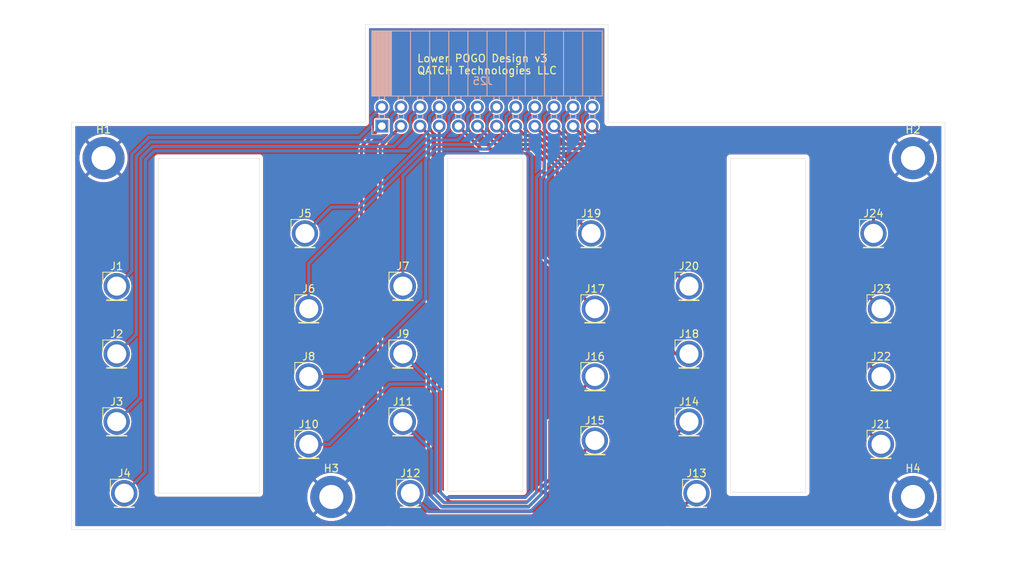
<source format=kicad_pcb>
(kicad_pcb (version 20240108) (generator "pcbnew") (generator_version "8.0")
  (layers (0 "F.Cu" signal) (31 "B.Cu" signal) (34 "B.Paste" user) (35 "F.Paste" user) (36 "B.SilkS" user "B.Silkscreen") (37 "F.SilkS" user "F.Silkscreen") (38 "B.Mask" user) (39 "F.Mask" user) (44 "Edge.Cuts" user))
  (net 0 "")
  (net 1 "Net-(J15-Pin_1)")
  (net 2 "Net-(J25-Pin_9)")
  (net 3 "Net-(J25-Pin_3)")
  (net 4 "Net-(J25-Pin_4)")
  (net 5 "Net-(J1-Pin_1)")
  (net 6 "Net-(J2-Pin_1)")
  (net 7 "Net-(J25-Pin_5)")
  (net 8 "Net-(J25-Pin_6)")
  (net 9 "Net-(J25-Pin_7)")
  (net 10 "Net-(J25-Pin_8)")
  (net 11 "Net-(J10-Pin_1)")
  (net 12 "Net-(J11-Pin_1)")
  (net 13 "Net-(J12-Pin_1)")
  (net 14 "Net-(J13-Pin_1)")
  (net 15 "Net-(J14-Pin_1)")
  (net 16 "Net-(J16-Pin_1)")
  (net 17 "Net-(J17-Pin_1)")
  (net 18 "Net-(J18-Pin_1)")
  (net 19 "Net-(J19-Pin_1)")
  (net 20 "Net-(J20-Pin_1)")
  (net 21 "Net-(J21-Pin_1)")
  (net 22 "Net-(J22-Pin_1)")
  (net 23 "Net-(J23-Pin_1)")
  (net 24 "Net-(J24-Pin_1)")
  (net 25 "Earth")
  (footprint "Connector_PinHeader_2.54mm:PinHeader_1x01_D2.54mm_Vertical" (layer "F.Cu") (at 133 126.5)
    (property "Reference" "J7" (at 0 -2.65 0) (layer "F.SilkS"))
    (property "Value" "Conn_01x01_MountingPin")
    (fp_line (start -1.85 -1.85) (end -0.52 -1.85) (stroke (width 0.12)) (layer "F.SilkS"))
    (fp_line (start -1.85 -0.52) (end -1.85 -1.85) (stroke (width 0.12)) (layer "F.SilkS"))
    (fp_line (start -1.33 1.84) (end -1.33 1.9) (stroke (width 0.12)) (layer "F.SilkS"))
    (fp_line (start -1.33 1.84) (end 1.33 1.84) (stroke (width 0.12)) (layer "F.SilkS"))
    (fp_line (start -1.33 1.9) (end 1.33 1.9) (stroke (width 0.12)) (layer "F.SilkS"))
    (fp_line (start 1.33 1.84) (end 1.33 1.9) (stroke (width 0.12)) (layer "F.SilkS"))
    (pad "1" thru_hole circle (at 0 0) (size 3.5 3.5) (drill 2.53) (layers "*.Cu" "*.Mask") (net 9 "Net-(J25-Pin_7)"))
  )
  (footprint "Connector_PinHeader_2.54mm:PinHeader_1x01_D2.54mm_Vertical" (layer "F.Cu") (at 120.5 138.5)
    (property "Reference" "J8" (at 0 -2.65 0) (layer "F.SilkS"))
    (property "Value" "Conn_01x01_MountingPin")
    (fp_line (start -1.85 -1.85) (end -0.52 -1.85) (stroke (width 0.12)) (layer "F.SilkS"))
    (fp_line (start -1.85 -0.52) (end -1.85 -1.85) (stroke (width 0.12)) (layer "F.SilkS"))
    (fp_line (start -1.33 1.84) (end -1.33 1.9) (stroke (width 0.12)) (layer "F.SilkS"))
    (fp_line (start -1.33 1.84) (end 1.33 1.84) (stroke (width 0.12)) (layer "F.SilkS"))
    (fp_line (start -1.33 1.9) (end 1.33 1.9) (stroke (width 0.12)) (layer "F.SilkS"))
    (fp_line (start 1.33 1.84) (end 1.33 1.9) (stroke (width 0.12)) (layer "F.SilkS"))
    (pad "1" thru_hole circle (at 0 0) (size 3.5 3.5) (drill 2.53) (layers "*.Cu" "*.Mask") (net 10 "Net-(J25-Pin_8)"))
  )
  (footprint "Connector_PinHeader_2.54mm:PinHeader_1x01_D2.54mm_Vertical" (layer "F.Cu") (at 120.5 147.5)
    (property "Reference" "J10" (at 0 -2.65 0) (layer "F.SilkS"))
    (property "Value" "Conn_01x01_MountingPin")
    (fp_line (start -1.85 -1.85) (end -0.52 -1.85) (stroke (width 0.12)) (layer "F.SilkS"))
    (fp_line (start -1.85 -0.52) (end -1.85 -1.85) (stroke (width 0.12)) (layer "F.SilkS"))
    (fp_line (start -1.33 1.84) (end -1.33 1.9) (stroke (width 0.12)) (layer "F.SilkS"))
    (fp_line (start -1.33 1.84) (end 1.33 1.84) (stroke (width 0.12)) (layer "F.SilkS"))
    (fp_line (start -1.33 1.9) (end 1.33 1.9) (stroke (width 0.12)) (layer "F.SilkS"))
    (fp_line (start 1.33 1.84) (end 1.33 1.9) (stroke (width 0.12)) (layer "F.SilkS"))
    (pad "1" thru_hole circle (at 0 0) (size 3.5 3.5) (drill 2.53) (layers "*.Cu" "*.Mask") (net 11 "Net-(J10-Pin_1)"))
  )
  (footprint "Connector_PinHeader_2.54mm:PinHeader_1x01_D2.54mm_Vertical" (layer "F.Cu") (at 172 154)
    (property "Reference" "J13" (at 0 -2.65 0) (layer "F.SilkS"))
    (property "Value" "Conn_01x01_MountingPin")
    (fp_line (start -1.85 -1.85) (end -0.52 -1.85) (stroke (width 0.12)) (layer "F.SilkS"))
    (fp_line (start -1.85 -0.52) (end -1.85 -1.85) (stroke (width 0.12)) (layer "F.SilkS"))
    (fp_line (start -1.33 1.84) (end -1.33 1.9) (stroke (width 0.12)) (layer "F.SilkS"))
    (fp_line (start -1.33 1.84) (end 1.33 1.84) (stroke (width 0.12)) (layer "F.SilkS"))
    (fp_line (start -1.33 1.9) (end 1.33 1.9) (stroke (width 0.12)) (layer "F.SilkS"))
    (fp_line (start 1.33 1.84) (end 1.33 1.9) (stroke (width 0.12)) (layer "F.SilkS"))
    (pad "1" thru_hole circle (at 0 0) (size 3.5 3.5) (drill 2.53) (layers "*.Cu" "*.Mask") (net 14 "Net-(J13-Pin_1)"))
  )
  (footprint "MountingHole:MountingHole_3.2mm_M3_DIN965_Pad_TopBottom" (layer "F.Cu") (at 200.75 154.5)
    (property "Reference" "H4" (at 0 -3.8 0) (layer "F.SilkS"))
    (property "Value" "MountingHole_Pad")
    (pad "1" thru_hole circle (at 0 0) (size 3.6 3.6) (drill 3.2) (layers "*.Cu" "*.Mask") (net 25 "Earth"))
    (pad "1" connect circle (at 0 0) (size 5.6 5.6) (layers "F.Cu" "F.Mask") (net 25 "Earth"))
    (pad "1" connect circle (at 0 0) (size 5.6 5.6) (layers "B.Cu" "B.Mask") (net 25 "Earth"))
  )
  (footprint "Connector_PinHeader_2.54mm:PinHeader_1x01_D2.54mm_Vertical" (layer "F.Cu") (at 196.5 138.5)
    (property "Reference" "J22" (at 0 -2.65 0) (layer "F.SilkS"))
    (property "Value" "Conn_01x01_MountingPin")
    (fp_line (start -1.85 -1.85) (end -0.52 -1.85) (stroke (width 0.12)) (layer "F.SilkS"))
    (fp_line (start -1.85 -0.52) (end -1.85 -1.85) (stroke (width 0.12)) (layer "F.SilkS"))
    (fp_line (start -1.33 1.84) (end -1.33 1.9) (stroke (width 0.12)) (layer "F.SilkS"))
    (fp_line (start -1.33 1.84) (end 1.33 1.84) (stroke (width 0.12)) (layer "F.SilkS"))
    (fp_line (start -1.33 1.9) (end 1.33 1.9) (stroke (width 0.12)) (layer "F.SilkS"))
    (fp_line (start 1.33 1.84) (end 1.33 1.9) (stroke (width 0.12)) (layer "F.SilkS"))
    (pad "1" thru_hole circle (at 0 0) (size 3.5 3.5) (drill 2.53) (layers "*.Cu" "*.Mask") (net 22 "Net-(J22-Pin_1)"))
  )
  (footprint "MountingHole:MountingHole_3.2mm_M3_DIN965_Pad_TopBottom" (layer "F.Cu") (at 93.25 109.5)
    (property "Reference" "H1" (at 0 -3.8 0) (layer "F.SilkS"))
    (property "Value" "MountingHole_Pad")
    (pad "1" thru_hole circle (at 0 0) (size 3.6 3.6) (drill 3.2) (layers "*.Cu" "*.Mask") (net 25 "Earth"))
    (pad "1" connect circle (at 0 0) (size 5.6 5.6) (layers "F.Cu" "F.Mask") (net 25 "Earth"))
    (pad "1" connect circle (at 0 0) (size 5.6 5.6) (layers "B.Cu" "B.Mask") (net 25 "Earth"))
  )
  (footprint "MountingHole:MountingHole_3.2mm_M3_DIN965_Pad_TopBottom" (layer "F.Cu") (at 200.75 109.5)
    (property "Reference" "H2" (at 0 -3.8 0) (layer "F.SilkS"))
    (property "Value" "MountingHole_Pad")
    (pad "1" thru_hole circle (at 0 0) (size 3.6 3.6) (drill 3.2) (layers "*.Cu" "*.Mask") (net 25 "Earth"))
    (pad "1" connect circle (at 0 0) (size 5.6 5.6) (layers "F.Cu" "F.Mask") (net 25 "Earth"))
    (pad "1" connect circle (at 0 0) (size 5.6 5.6) (layers "B.Cu" "B.Mask") (net 25 "Earth"))
  )
  (footprint "MountingHole:MountingHole_3.2mm_M3_DIN965_Pad_TopBottom" (layer "F.Cu") (at 123.5 154.5)
    (property "Reference" "H3" (at 0 -3.8 0) (layer "F.SilkS"))
    (property "Value" "MountingHole_Pad")
    (pad "1" thru_hole circle (at 0 0) (size 3.6 3.6) (drill 3.2) (layers "*.Cu" "*.Mask") (net 25 "Earth"))
    (pad "1" connect circle (at 0 0) (size 5.6 5.6) (layers "F.Cu" "F.Mask") (net 25 "Earth"))
    (pad "1" connect circle (at 0 0) (size 5.6 5.6) (layers "B.Cu" "B.Mask") (net 25 "Earth"))
  )
  (footprint "Connector_PinHeader_2.54mm:PinHeader_1x01_D2.54mm_Vertical" (layer "F.Cu") (at 133 144.5)
    (property "Reference" "J11" (at 0 -2.65 0) (layer "F.SilkS"))
    (property "Value" "Conn_01x01_MountingPin")
    (fp_line (start -1.85 -1.85) (end -0.52 -1.85) (stroke (width 0.12)) (layer "F.SilkS"))
    (fp_line (start -1.85 -0.52) (end -1.85 -1.85) (stroke (width 0.12)) (layer "F.SilkS"))
    (fp_line (start -1.33 1.84) (end -1.33 1.9) (stroke (width 0.12)) (layer "F.SilkS"))
    (fp_line (start -1.33 1.84) (end 1.33 1.84) (stroke (width 0.12)) (layer "F.SilkS"))
    (fp_line (start -1.33 1.9) (end 1.33 1.9) (stroke (width 0.12)) (layer "F.SilkS"))
    (fp_line (start 1.33 1.84) (end 1.33 1.9) (stroke (width 0.12)) (layer "F.SilkS"))
    (pad "1" thru_hole circle (at 0 0) (size 3.5 3.5) (drill 2.53) (layers "*.Cu" "*.Mask") (net 12 "Net-(J11-Pin_1)"))
  )
  (footprint "Connector_PinHeader_2.54mm:PinHeader_1x01_D2.54mm_Vertical" (layer "F.Cu") (at 134 154)
    (property "Reference" "J12" (at 0 -2.65 0) (layer "F.SilkS"))
    (property "Value" "Conn_01x01_MountingPin")
    (fp_line (start -1.85 -1.85) (end -0.52 -1.85) (stroke (width 0.12)) (layer "F.SilkS"))
    (fp_line (start -1.85 -0.52) (end -1.85 -1.85) (stroke (width 0.12)) (layer "F.SilkS"))
    (fp_line (start -1.33 1.84) (end -1.33 1.9) (stroke (width 0.12)) (layer "F.SilkS"))
    (fp_line (start -1.33 1.84) (end 1.33 1.84) (stroke (width 0.12)) (layer "F.SilkS"))
    (fp_line (start -1.33 1.9) (end 1.33 1.9) (stroke (width 0.12)) (layer "F.SilkS"))
    (fp_line (start 1.33 1.84) (end 1.33 1.9) (stroke (width 0.12)) (layer "F.SilkS"))
    (pad "1" thru_hole circle (at 0 0) (size 3.5 3.5) (drill 2.53) (layers "*.Cu" "*.Mask") (net 13 "Net-(J12-Pin_1)"))
  )
  (footprint "Connector_PinHeader_2.54mm:PinHeader_1x01_D2.54mm_Vertical" (layer "F.Cu") (at 95 126.5)
    (property "Reference" "J1" (at 0 -2.65 0) (layer "F.SilkS"))
    (property "Value" "Conn_01x01_MountingPin")
    (fp_line (start -1.85 -1.85) (end -0.52 -1.85) (stroke (width 0.12)) (layer "F.SilkS"))
    (fp_line (start -1.85 -0.52) (end -1.85 -1.85) (stroke (width 0.12)) (layer "F.SilkS"))
    (fp_line (start -1.33 1.84) (end -1.33 1.9) (stroke (width 0.12)) (layer "F.SilkS"))
    (fp_line (start -1.33 1.84) (end 1.33 1.84) (stroke (width 0.12)) (layer "F.SilkS"))
    (fp_line (start -1.33 1.9) (end 1.33 1.9) (stroke (width 0.12)) (layer "F.SilkS"))
    (fp_line (start 1.33 1.84) (end 1.33 1.9) (stroke (width 0.12)) (layer "F.SilkS"))
    (pad "1" thru_hole circle (at 0 0) (size 3.5 3.5) (drill 2.53) (layers "*.Cu" "*.Mask") (net 5 "Net-(J1-Pin_1)"))
  )
  (footprint "Connector_PinHeader_2.54mm:PinHeader_1x01_D2.54mm_Vertical" (layer "F.Cu") (at 196.5 147.5)
    (property "Reference" "J21" (at 0 -2.65 0) (layer "F.SilkS"))
    (property "Value" "Conn_01x01_MountingPin")
    (fp_line (start -1.85 -1.85) (end -0.52 -1.85) (stroke (width 0.12)) (layer "F.SilkS"))
    (fp_line (start -1.85 -0.52) (end -1.85 -1.85) (stroke (width 0.12)) (layer "F.SilkS"))
    (fp_line (start -1.33 1.84) (end -1.33 1.9) (stroke (width 0.12)) (layer "F.SilkS"))
    (fp_line (start -1.33 1.84) (end 1.33 1.84) (stroke (width 0.12)) (layer "F.SilkS"))
    (fp_line (start -1.33 1.9) (end 1.33 1.9) (stroke (width 0.12)) (layer "F.SilkS"))
    (fp_line (start 1.33 1.84) (end 1.33 1.9) (stroke (width 0.12)) (layer "F.SilkS"))
    (pad "1" thru_hole circle (at 0 0) (size 3.5 3.5) (drill 2.53) (layers "*.Cu" "*.Mask") (net 21 "Net-(J21-Pin_1)"))
  )
  (footprint "Connector_PinHeader_2.54mm:PinHeader_1x01_D2.54mm_Vertical" (layer "F.Cu") (at 171 126.5)
    (property "Reference" "J20" (at 0 -2.65 0) (layer "F.SilkS"))
    (property "Value" "Conn_01x01_MountingPin")
    (fp_line (start -1.85 -1.85) (end -0.52 -1.85) (stroke (width 0.12)) (layer "F.SilkS"))
    (fp_line (start -1.85 -0.52) (end -1.85 -1.85) (stroke (width 0.12)) (layer "F.SilkS"))
    (fp_line (start -1.33 1.84) (end -1.33 1.9) (stroke (width 0.12)) (layer "F.SilkS"))
    (fp_line (start -1.33 1.84) (end 1.33 1.84) (stroke (width 0.12)) (layer "F.SilkS"))
    (fp_line (start -1.33 1.9) (end 1.33 1.9) (stroke (width 0.12)) (layer "F.SilkS"))
    (fp_line (start 1.33 1.84) (end 1.33 1.9) (stroke (width 0.12)) (layer "F.SilkS"))
    (pad "1" thru_hole circle (at 0 0) (size 3.5 3.5) (drill 2.53) (layers "*.Cu" "*.Mask") (net 20 "Net-(J20-Pin_1)"))
  )
  (footprint "Connector_PinHeader_2.54mm:PinHeader_1x01_D2.54mm_Vertical" (layer "F.Cu") (at 120 119.5)
    (property "Reference" "J5" (at 0 -2.65 0) (layer "F.SilkS"))
    (property "Value" "Conn_01x01_MountingPin")
    (fp_line (start -1.85 -1.85) (end -0.52 -1.85) (stroke (width 0.12)) (layer "F.SilkS"))
    (fp_line (start -1.85 -0.52) (end -1.85 -1.85) (stroke (width 0.12)) (layer "F.SilkS"))
    (fp_line (start -1.33 1.84) (end -1.33 1.9) (stroke (width 0.12)) (layer "F.SilkS"))
    (fp_line (start -1.33 1.84) (end 1.33 1.84) (stroke (width 0.12)) (layer "F.SilkS"))
    (fp_line (start -1.33 1.9) (end 1.33 1.9) (stroke (width 0.12)) (layer "F.SilkS"))
    (fp_line (start 1.33 1.84) (end 1.33 1.9) (stroke (width 0.12)) (layer "F.SilkS"))
    (pad "1" thru_hole circle (at 0 0) (size 3.5 3.5) (drill 2.53) (layers "*.Cu" "*.Mask") (net 7 "Net-(J25-Pin_5)"))
  )
  (footprint "Connector_PinHeader_2.54mm:PinHeader_1x01_D2.54mm_Vertical" (layer "F.Cu") (at 171 135.5)
    (property "Reference" "J18" (at 0 -2.65 0) (layer "F.SilkS"))
    (property "Value" "Conn_01x01_MountingPin")
    (fp_line (start -1.85 -1.85) (end -0.52 -1.85) (stroke (width 0.12)) (layer "F.SilkS"))
    (fp_line (start -1.85 -0.52) (end -1.85 -1.85) (stroke (width 0.12)) (layer "F.SilkS"))
    (fp_line (start -1.33 1.84) (end -1.33 1.9) (stroke (width 0.12)) (layer "F.SilkS"))
    (fp_line (start -1.33 1.84) (end 1.33 1.84) (stroke (width 0.12)) (layer "F.SilkS"))
    (fp_line (start -1.33 1.9) (end 1.33 1.9) (stroke (width 0.12)) (layer "F.SilkS"))
    (fp_line (start 1.33 1.84) (end 1.33 1.9) (stroke (width 0.12)) (layer "F.SilkS"))
    (pad "1" thru_hole circle (at 0 0) (size 3.5 3.5) (drill 2.53) (layers "*.Cu" "*.Mask") (net 18 "Net-(J18-Pin_1)"))
  )
  (footprint "Connector_PinHeader_2.54mm:PinHeader_1x01_D2.54mm_Vertical" (layer "F.Cu") (at 95 135.5)
    (property "Reference" "J2" (at 0 -2.65 0) (layer "F.SilkS"))
    (property "Value" "Conn_01x01_MountingPin")
    (fp_line (start -1.85 -1.85) (end -0.52 -1.85) (stroke (width 0.12)) (layer "F.SilkS"))
    (fp_line (start -1.85 -0.52) (end -1.85 -1.85) (stroke (width 0.12)) (layer "F.SilkS"))
    (fp_line (start -1.33 1.84) (end -1.33 1.9) (stroke (width 0.12)) (layer "F.SilkS"))
    (fp_line (start -1.33 1.84) (end 1.33 1.84) (stroke (width 0.12)) (layer "F.SilkS"))
    (fp_line (start -1.33 1.9) (end 1.33 1.9) (stroke (width 0.12)) (layer "F.SilkS"))
    (fp_line (start 1.33 1.84) (end 1.33 1.9) (stroke (width 0.12)) (layer "F.SilkS"))
    (pad "1" thru_hole circle (at 0 0) (size 3.5 3.5) (drill 2.53) (layers "*.Cu" "*.Mask") (net 6 "Net-(J2-Pin_1)"))
  )
  (footprint "Connector_PinHeader_2.54mm:PinHeader_1x01_D2.54mm_Vertical" (layer "F.Cu") (at 95 144.5)
    (property "Reference" "J3" (at 0 -2.65 0) (layer "F.SilkS"))
    (property "Value" "Conn_01x01_MountingPin")
    (fp_line (start -1.85 -1.85) (end -0.52 -1.85) (stroke (width 0.12)) (layer "F.SilkS"))
    (fp_line (start -1.85 -0.52) (end -1.85 -1.85) (stroke (width 0.12)) (layer "F.SilkS"))
    (fp_line (start -1.33 1.84) (end -1.33 1.9) (stroke (width 0.12)) (layer "F.SilkS"))
    (fp_line (start -1.33 1.84) (end 1.33 1.84) (stroke (width 0.12)) (layer "F.SilkS"))
    (fp_line (start -1.33 1.9) (end 1.33 1.9) (stroke (width 0.12)) (layer "F.SilkS"))
    (fp_line (start 1.33 1.84) (end 1.33 1.9) (stroke (width 0.12)) (layer "F.SilkS"))
    (pad "1" thru_hole circle (at 0 0) (size 3.5 3.5) (drill 2.53) (layers "*.Cu" "*.Mask") (net 3 "Net-(J25-Pin_3)"))
  )
  (footprint "Connector_PinHeader_2.54mm:PinHeader_1x01_D2.54mm_Vertical" (layer "F.Cu") (at 120.5 129.5)
    (property "Reference" "J6" (at 0 -2.65 0) (layer "F.SilkS"))
    (property "Value" "Conn_01x01_MountingPin")
    (fp_line (start -1.85 -1.85) (end -0.52 -1.85) (stroke (width 0.12)) (layer "F.SilkS"))
    (fp_line (start -1.85 -0.52) (end -1.85 -1.85) (stroke (width 0.12)) (layer "F.SilkS"))
    (fp_line (start -1.33 1.84) (end -1.33 1.9) (stroke (width 0.12)) (layer "F.SilkS"))
    (fp_line (start -1.33 1.84) (end 1.33 1.84) (stroke (width 0.12)) (layer "F.SilkS"))
    (fp_line (start -1.33 1.9) (end 1.33 1.9) (stroke (width 0.12)) (layer "F.SilkS"))
    (fp_line (start 1.33 1.84) (end 1.33 1.9) (stroke (width 0.12)) (layer "F.SilkS"))
    (pad "1" thru_hole circle (at 0 0) (size 3.5 3.5) (drill 2.53) (layers "*.Cu" "*.Mask") (net 8 "Net-(J25-Pin_6)"))
  )
  (footprint "Connector_PinHeader_2.54mm:PinHeader_1x01_D2.54mm_Vertical" (layer "F.Cu") (at 158.5 129.5)
    (property "Reference" "J17" (at 0 -2.65 0) (layer "F.SilkS"))
    (property "Value" "Conn_01x01_MountingPin")
    (fp_line (start -1.85 -1.85) (end -0.52 -1.85) (stroke (width 0.12)) (layer "F.SilkS"))
    (fp_line (start -1.85 -0.52) (end -1.85 -1.85) (stroke (width 0.12)) (layer "F.SilkS"))
    (fp_line (start -1.33 1.84) (end -1.33 1.9) (stroke (width 0.12)) (layer "F.SilkS"))
    (fp_line (start -1.33 1.84) (end 1.33 1.84) (stroke (width 0.12)) (layer "F.SilkS"))
    (fp_line (start -1.33 1.9) (end 1.33 1.9) (stroke (width 0.12)) (layer "F.SilkS"))
    (fp_line (start 1.33 1.84) (end 1.33 1.9) (stroke (width 0.12)) (layer "F.SilkS"))
    (pad "1" thru_hole circle (at 0 0) (size 3.5 3.5) (drill 2.53) (layers "*.Cu" "*.Mask") (net 17 "Net-(J17-Pin_1)"))
  )
  (footprint "Connector_PinHeader_2.54mm:PinHeader_1x01_D2.54mm_Vertical" (layer "F.Cu") (at 96 154)
    (property "Reference" "J4" (at 0 -2.65 0) (layer "F.SilkS"))
    (property "Value" "Conn_01x01_MountingPin")
    (fp_line (start -1.85 -1.85) (end -0.52 -1.85) (stroke (width 0.12)) (layer "F.SilkS"))
    (fp_line (start -1.85 -0.52) (end -1.85 -1.85) (stroke (width 0.12)) (layer "F.SilkS"))
    (fp_line (start -1.33 1.84) (end -1.33 1.9) (stroke (width 0.12)) (layer "F.SilkS"))
    (fp_line (start -1.33 1.84) (end 1.33 1.84) (stroke (width 0.12)) (layer "F.SilkS"))
    (fp_line (start -1.33 1.9) (end 1.33 1.9) (stroke (width 0.12)) (layer "F.SilkS"))
    (fp_line (start 1.33 1.84) (end 1.33 1.9) (stroke (width 0.12)) (layer "F.SilkS"))
    (pad "1" thru_hole circle (at 0 0) (size 3.5 3.5) (drill 2.53) (layers "*.Cu" "*.Mask") (net 4 "Net-(J25-Pin_4)"))
  )
  (footprint "Connector_PinHeader_2.54mm:PinHeader_1x01_D2.54mm_Vertical" (layer "F.Cu") (at 195.5 119.5)
    (property "Reference" "J24" (at 0 -2.65 0) (layer "F.SilkS"))
    (property "Value" "Conn_01x01_MountingPin")
    (fp_line (start -1.85 -1.85) (end -0.52 -1.85) (stroke (width 0.12)) (layer "F.SilkS"))
    (fp_line (start -1.85 -0.52) (end -1.85 -1.85) (stroke (width 0.12)) (layer "F.SilkS"))
    (fp_line (start -1.33 1.84) (end -1.33 1.9) (stroke (width 0.12)) (layer "F.SilkS"))
    (fp_line (start -1.33 1.84) (end 1.33 1.84) (stroke (width 0.12)) (layer "F.SilkS"))
    (fp_line (start -1.33 1.9) (end 1.33 1.9) (stroke (width 0.12)) (layer "F.SilkS"))
    (fp_line (start 1.33 1.84) (end 1.33 1.9) (stroke (width 0.12)) (layer "F.SilkS"))
    (pad "1" thru_hole circle (at 0 0) (size 3.5 3.5) (drill 2.53) (layers "*.Cu" "*.Mask") (net 24 "Net-(J24-Pin_1)"))
  )
  (footprint "Connector_PinHeader_2.54mm:PinHeader_1x01_D2.54mm_Vertical" (layer "F.Cu") (at 196.5 129.5)
    (property "Reference" "J23" (at 0 -2.65 0) (layer "F.SilkS"))
    (property "Value" "Conn_01x01_MountingPin")
    (fp_line (start -1.85 -1.85) (end -0.52 -1.85) (stroke (width 0.12)) (layer "F.SilkS"))
    (fp_line (start -1.85 -0.52) (end -1.85 -1.85) (stroke (width 0.12)) (layer "F.SilkS"))
    (fp_line (start -1.33 1.84) (end -1.33 1.9) (stroke (width 0.12)) (layer "F.SilkS"))
    (fp_line (start -1.33 1.84) (end 1.33 1.84) (stroke (width 0.12)) (layer "F.SilkS"))
    (fp_line (start -1.33 1.9) (end 1.33 1.9) (stroke (width 0.12)) (layer "F.SilkS"))
    (fp_line (start 1.33 1.84) (end 1.33 1.9) (stroke (width 0.12)) (layer "F.SilkS"))
    (pad "1" thru_hole circle (at 0 0) (size 3.5 3.5) (drill 2.53) (layers "*.Cu" "*.Mask") (net 23 "Net-(J23-Pin_1)"))
  )
  (footprint "Connector_PinHeader_2.54mm:PinHeader_1x01_D2.54mm_Vertical" (layer "F.Cu") (at 133 135.5)
    (property "Reference" "J9" (at 0 -2.65 0) (layer "F.SilkS"))
    (property "Value" "Conn_01x01_MountingPin")
    (fp_line (start -1.85 -1.85) (end -0.52 -1.85) (stroke (width 0.12)) (layer "F.SilkS"))
    (fp_line (start -1.85 -0.52) (end -1.85 -1.85) (stroke (width 0.12)) (layer "F.SilkS"))
    (fp_line (start -1.33 1.84) (end -1.33 1.9) (stroke (width 0.12)) (layer "F.SilkS"))
    (fp_line (start -1.33 1.84) (end 1.33 1.84) (stroke (width 0.12)) (layer "F.SilkS"))
    (fp_line (start -1.33 1.9) (end 1.33 1.9) (stroke (width 0.12)) (layer "F.SilkS"))
    (fp_line (start 1.33 1.84) (end 1.33 1.9) (stroke (width 0.12)) (layer "F.SilkS"))
    (pad "1" thru_hole circle (at 0 0) (size 3.5 3.5) (drill 2.53) (layers "*.Cu" "*.Mask") (net 2 "Net-(J25-Pin_9)"))
  )
  (footprint "Connector_PinHeader_2.54mm:PinHeader_1x01_D2.54mm_Vertical" (layer "F.Cu") (at 171 144.5)
    (property "Reference" "J14" (at 0 -2.65 0) (layer "F.SilkS"))
    (property "Value" "Conn_01x01_MountingPin")
    (fp_line (start -1.85 -1.85) (end -0.52 -1.85) (stroke (width 0.12)) (layer "F.SilkS"))
    (fp_line (start -1.85 -0.52) (end -1.85 -1.85) (stroke (width 0.12)) (layer "F.SilkS"))
    (fp_line (start -1.33 1.84) (end -1.33 1.9) (stroke (width 0.12)) (layer "F.SilkS"))
    (fp_line (start -1.33 1.84) (end 1.33 1.84) (stroke (width 0.12)) (layer "F.SilkS"))
    (fp_line (start -1.33 1.9) (end 1.33 1.9) (stroke (width 0.12)) (layer "F.SilkS"))
    (fp_line (start 1.33 1.84) (end 1.33 1.9) (stroke (width 0.12)) (layer "F.SilkS"))
    (pad "1" thru_hole circle (at 0 0) (size 3.5 3.5) (drill 2.53) (layers "*.Cu" "*.Mask") (net 15 "Net-(J14-Pin_1)"))
  )
  (footprint "Connector_PinHeader_2.54mm:PinHeader_1x01_D2.54mm_Vertical" (layer "F.Cu") (at 158 119.5)
    (property "Reference" "J19" (at 0 -2.65 0) (layer "F.SilkS"))
    (property "Value" "Conn_01x01_MountingPin")
    (fp_line (start -1.85 -1.85) (end -0.52 -1.85) (stroke (width 0.12)) (layer "F.SilkS"))
    (fp_line (start -1.85 -0.52) (end -1.85 -1.85) (stroke (width 0.12)) (layer "F.SilkS"))
    (fp_line (start -1.33 1.84) (end -1.33 1.9) (stroke (width 0.12)) (layer "F.SilkS"))
    (fp_line (start -1.33 1.84) (end 1.33 1.84) (stroke (width 0.12)) (layer "F.SilkS"))
    (fp_line (start -1.33 1.9) (end 1.33 1.9) (stroke (width 0.12)) (layer "F.SilkS"))
    (fp_line (start 1.33 1.84) (end 1.33 1.9) (stroke (width 0.12)) (layer "F.SilkS"))
    (pad "1" thru_hole circle (at 0 0) (size 3.5 3.5) (drill 2.53) (layers "*.Cu" "*.Mask") (net 19 "Net-(J19-Pin_1)"))
  )
  (footprint "Connector_PinHeader_2.54mm:PinHeader_1x01_D2.54mm_Vertical" (layer "F.Cu") (at 158.5 147)
    (property "Reference" "J15" (at 0 -2.65 0) (layer "F.SilkS"))
    (property "Value" "Conn_01x01_MountingPin")
    (fp_line (start -1.85 -1.85) (end -0.52 -1.85) (stroke (width 0.12)) (layer "F.SilkS"))
    (fp_line (start -1.85 -0.52) (end -1.85 -1.85) (stroke (width 0.12)) (layer "F.SilkS"))
    (fp_line (start -1.33 1.84) (end -1.33 1.9) (stroke (width 0.12)) (layer "F.SilkS"))
    (fp_line (start -1.33 1.84) (end 1.33 1.84) (stroke (width 0.12)) (layer "F.SilkS"))
    (fp_line (start -1.33 1.9) (end 1.33 1.9) (stroke (width 0.12)) (layer "F.SilkS"))
    (fp_line (start 1.33 1.84) (end 1.33 1.9) (stroke (width 0.12)) (layer "F.SilkS"))
    (pad "1" thru_hole circle (at 0 0) (size 3.5 3.5) (drill 2.53) (layers "*.Cu" "*.Mask") (net 1 "Net-(J15-Pin_1)"))
  )
  (footprint "Connector_PinHeader_2.54mm:PinHeader_1x01_D2.54mm_Vertical" (layer "F.Cu") (at 158.5 138.5)
    (property "Reference" "J16" (at 0 -2.65 0) (layer "F.SilkS"))
    (property "Value" "Conn_01x01_MountingPin")
    (fp_line (start -1.85 -1.85) (end -0.52 -1.85) (stroke (width 0.12)) (layer "F.SilkS"))
    (fp_line (start -1.85 -0.52) (end -1.85 -1.85) (stroke (width 0.12)) (layer "F.SilkS"))
    (fp_line (start -1.33 1.84) (end -1.33 1.9) (stroke (width 0.12)) (layer "F.SilkS"))
    (fp_line (start -1.33 1.84) (end 1.33 1.84) (stroke (width 0.12)) (layer "F.SilkS"))
    (fp_line (start -1.33 1.9) (end 1.33 1.9) (stroke (width 0.12)) (layer "F.SilkS"))
    (fp_line (start 1.33 1.84) (end 1.33 1.9) (stroke (width 0.12)) (layer "F.SilkS"))
    (pad "1" thru_hole circle (at 0 0) (size 3.5 3.5) (drill 2.53) (layers "*.Cu" "*.Mask") (net 16 "Net-(J16-Pin_1)"))
  )
  (footprint "Connector_PinSocket_2.54mm:PinSocket_2x12_P2.54mm_Horizontal" (layer "B.Cu") (at 143.76 91.7 180)
    (property "Reference" "J25" (at 0.16 -7.5625 180) (layer "B.SilkS") (effects (justify mirror)))
    (property "Value" "Conn_01x24_Pin")
    (fp_line (start 14.88 -9.55) (end 14.88 -0.92) (stroke (width 0.12)) (layer "B.SilkS"))
    (fp_line (start 14.88 -14.66) (end 14.88 -13.55) (stroke (width 0.12)) (layer "B.SilkS"))
    (fp_line (start 14.76 -9.55) (end 14.76 -0.92) (stroke (width 0.12)) (layer "B.SilkS"))
    (fp_line (start 14.641905 -9.55) (end 14.641905 -0.92) (stroke (width 0.12)) (layer "B.SilkS"))
    (fp_line (start 14.52381 -9.55) (end 14.52381 -0.92) (stroke (width 0.12)) (layer "B.SilkS"))
    (fp_line (start 14.405715 -9.55) (end 14.405715 -0.92) (stroke (width 0.12)) (layer "B.SilkS"))
    (fp_line (start 14.28762 -9.55) (end 14.28762 -0.92) (stroke (width 0.12)) (layer "B.SilkS"))
    (fp_line (start 14.169525 -9.55) (end 14.169525 -0.92) (stroke (width 0.12)) (layer "B.SilkS"))
    (fp_line (start 14.05143 -9.55) (end 14.05143 -0.92) (stroke (width 0.12)) (layer "B.SilkS"))
    (fp_line (start 13.933335 -9.55) (end 13.933335 -0.92) (stroke (width 0.12)) (layer "B.SilkS"))
    (fp_line (start 13.91 -9.96) (end 13.91 -9.55) (stroke (width 0.12)) (layer "B.SilkS"))
    (fp_line (start 13.91 -12.44) (end 13.91 -12.06) (stroke (width 0.12)) (layer "B.SilkS"))
    (fp_line (start 13.81524 -9.55) (end 13.81524 -0.92) (stroke (width 0.12)) (layer "B.SilkS"))
    (fp_line (start 13.697145 -9.55) (end 13.697145 -0.92) (stroke (width 0.12)) (layer "B.SilkS"))
    (fp_line (start 13.57905 -9.55) (end 13.57905 -0.92) (stroke (width 0.12)) (layer "B.SilkS"))
    (fp_line (start 13.55 -14.66) (end 14.88 -14.66) (stroke (width 0.12)) (layer "B.SilkS"))
    (fp_line (start 13.460955 -9.55) (end 13.460955 -0.92) (stroke (width 0.12)) (layer "B.SilkS"))
    (fp_line (start 13.34286 -9.55) (end 13.34286 -0.92) (stroke (width 0.12)) (layer "B.SilkS"))
    (fp_line (start 13.224765 -9.55) (end 13.224765 -0.92) (stroke (width 0.12)) (layer "B.SilkS"))
    (fp_line (start 13.19 -9.96) (end 13.19 -9.55) (stroke (width 0.12)) (layer "B.SilkS"))
    (fp_line (start 13.19 -12.44) (end 13.19 -12.06) (stroke (width 0.12)) (layer "B.SilkS"))
    (fp_line (start 13.10667 -9.55) (end 13.10667 -0.92) (stroke (width 0.12)) (layer "B.SilkS"))
    (fp_line (start 12.988575 -9.55) (end 12.988575 -0.92) (stroke (width 0.12)) (layer "B.SilkS"))
    (fp_line (start 12.87048 -9.55) (end 12.87048 -0.92) (stroke (width 0.12)) (layer "B.SilkS"))
    (fp_line (start 12.752385 -9.55) (end 12.752385 -0.92) (stroke (width 0.12)) (layer "B.SilkS"))
    (fp_line (start 12.63429 -9.55) (end 12.63429 -0.92) (stroke (width 0.12)) (layer "B.SilkS"))
    (fp_line (start 12.516195 -9.55) (end 12.516195 -0.92) (stroke (width 0.12)) (layer "B.SilkS"))
    (fp_line (start 12.3981 -9.55) (end 12.3981 -0.92) (stroke (width 0.12)) (layer "B.SilkS"))
    (fp_line (start 12.28 -9.55) (end 12.28 -0.92) (stroke (width 0.12)) (layer "B.SilkS"))
    (fp_line (start 11.37 -9.96) (end 11.37 -9.55) (stroke (width 0.12)) (layer "B.SilkS"))
    (fp_line (start 11.37 -12.5) (end 11.37 -12.06) (stroke (width 0.12)) (layer "B.SilkS"))
    (fp_line (start 10.65 -9.96) (end 10.65 -9.55) (stroke (width 0.12)) (layer "B.SilkS"))
    (fp_line (start 10.65 -12.5) (end 10.65 -12.06) (stroke (width 0.12)) (layer "B.SilkS"))
    (fp_line (start 9.74 -9.55) (end 9.74 -0.92) (stroke (width 0.12)) (layer "B.SilkS"))
    (fp_line (start 8.83 -9.96) (end 8.83 -9.55) (stroke (width 0.12)) (layer "B.SilkS"))
    (fp_line (start 8.83 -12.5) (end 8.83 -12.06) (stroke (width 0.12)) (layer "B.SilkS"))
    (fp_line (start 8.11 -9.96) (end 8.11 -9.55) (stroke (width 0.12)) (layer "B.SilkS"))
    (fp_line (start 8.11 -12.5) (end 8.11 -12.06) (stroke (width 0.12)) (layer "B.SilkS"))
    (fp_line (start 7.2 -9.55) (end 7.2 -0.92) (stroke (width 0.12)) (layer "B.SilkS"))
    (fp_line (start 6.29 -9.96) (end 6.29 -9.55) (stroke (width 0.12)) (layer "B.SilkS"))
    (fp_line (start 6.29 -12.5) (end 6.29 -12.06) (stroke (width 0.12)) (layer "B.SilkS"))
    (fp_line (start 5.57 -9.96) (end 5.57 -9.55) (stroke (width 0.12)) (layer "B.SilkS"))
    (fp_line (start 5.57 -12.5) (end 5.57 -12.06) (stroke (width 0.12)) (layer "B.SilkS"))
    (fp_line (start 4.66 -9.55) (end 4.66 -0.92) (stroke (width 0.12)) (layer "B.SilkS"))
    (fp_line (start 3.75 -9.96) (end 3.75 -9.55) (stroke (width 0.12)) (layer "B.SilkS"))
    (fp_line (start 3.75 -12.5) (end 3.75 -12.06) (stroke (width 0.12)) (layer "B.SilkS"))
    (fp_line (start 3.03 -9.96) (end 3.03 -9.55) (stroke (width 0.12)) (layer "B.SilkS"))
    (fp_line (start 3.03 -12.5) (end 3.03 -12.06) (stroke (width 0.12)) (layer "B.SilkS"))
    (fp_line (start 2.12 -9.55) (end 2.12 -0.92) (stroke (width 0.12)) (layer "B.SilkS"))
    (fp_line (start 1.21 -9.96) (end 1.21 -9.55) (stroke (width 0.12)) (layer "B.SilkS"))
    (fp_line (start 1.21 -12.5) (end 1.21 -12.06) (stroke (width 0.12)) (layer "B.SilkS"))
    (fp_line (start 0.49 -9.96) (end 0.49 -9.55) (stroke (width 0.12)) (layer "B.SilkS"))
    (fp_line (start 0.49 -12.5) (end 0.49 -12.06) (stroke (width 0.12)) (layer "B.SilkS"))
    (fp_line (start -0.42 -9.55) (end -0.42 -0.92) (stroke (width 0.12)) (layer "B.SilkS"))
    (fp_line (start -1.33 -9.96) (end -1.33 -9.55) (stroke (width 0.12)) (layer "B.SilkS"))
    (fp_line (start -1.33 -12.5) (end -1.33 -12.06) (stroke (width 0.12)) (layer "B.SilkS"))
    (fp_line (start -2.05 -9.96) (end -2.05 -9.55) (stroke (width 0.12)) (layer "B.SilkS"))
    (fp_line (start -2.05 -12.5) (end -2.05 -12.06) (stroke (width 0.12)) (layer "B.SilkS"))
    (fp_line (start -2.96 -9.55) (end -2.96 -0.92) (stroke (width 0.12)) (layer "B.SilkS"))
    (fp_line (start -3.87 -9.96) (end -3.87 -9.55) (stroke (width 0.12)) (layer "B.SilkS"))
    (fp_line (start -3.87 -12.5) (end -3.87 -12.06) (stroke (width 0.12)) (layer "B.SilkS"))
    (fp_line (start -4.59 -9.96) (end -4.59 -9.55) (stroke (width 0.12)) (layer "B.SilkS"))
    (fp_line (start -4.59 -12.5) (end -4.59 -12.06) (stroke (width 0.12)) (layer "B.SilkS"))
    (fp_line (start -5.5 -9.55) (end -5.5 -0.92) (stroke (width 0.12)) (layer "B.SilkS"))
    (fp_line (start -6.41 -9.96) (end -6.41 -9.55) (stroke (width 0.12)) (layer "B.SilkS"))
    (fp_line (start -6.41 -12.5) (end -6.41 -12.06) (stroke (width 0.12)) (layer "B.SilkS"))
    (fp_line (start -7.13 -9.96) (end -7.13 -9.55) (stroke (width 0.12)) (layer "B.SilkS"))
    (fp_line (start -7.13 -12.5) (end -7.13 -12.06) (stroke (width 0.12)) (layer "B.SilkS"))
    (fp_line (start -8.04 -9.55) (end -8.04 -0.92) (stroke (width 0.12)) (layer "B.SilkS"))
    (fp_line (start -8.95 -9.96) (end -8.95 -9.55) (stroke (width 0.12)) (layer "B.SilkS"))
    (fp_line (start -8.95 -12.5) (end -8.95 -12.06) (stroke (width 0.12)) (layer "B.SilkS"))
    (fp_line (start -9.67 -9.96) (end -9.67 -9.55) (stroke (width 0.12)) (layer "B.SilkS"))
    (fp_line (start -9.67 -12.5) (end -9.67 -12.06) (stroke (width 0.12)) (layer "B.SilkS"))
    (fp_line (start -10.58 -9.55) (end -10.58 -0.92) (stroke (width 0.12)) (layer "B.SilkS"))
    (fp_line (start -11.49 -9.96) (end -11.49 -9.55) (stroke (width 0.12)) (layer "B.SilkS"))
    (fp_line (start -11.49 -12.5) (end -11.49 -12.06) (stroke (width 0.12)) (layer "B.SilkS"))
    (fp_line (start -12.21 -9.96) (end -12.21 -9.55) (stroke (width 0.12)) (layer "B.SilkS"))
    (fp_line (start -12.21 -12.5) (end -12.21 -12.06) (stroke (width 0.12)) (layer "B.SilkS"))
    (fp_line (start -13.12 -9.55) (end -13.12 -0.92) (stroke (width 0.12)) (layer "B.SilkS"))
    (fp_line (start -14.03 -9.96) (end -14.03 -9.55) (stroke (width 0.12)) (layer "B.SilkS"))
    (fp_line (start -14.03 -12.5) (end -14.03 -12.06) (stroke (width 0.12)) (layer "B.SilkS"))
    (fp_line (start -14.75 -9.96) (end -14.75 -9.55) (stroke (width 0.12)) (layer "B.SilkS"))
    (fp_line (start -14.75 -12.5) (end -14.75 -12.06) (stroke (width 0.12)) (layer "B.SilkS"))
    (fp_line (start -15.72 -0.92) (end 14.88 -0.92) (stroke (width 0.12)) (layer "B.SilkS"))
    (fp_line (start -15.72 -9.55) (end 14.88 -9.55) (stroke (width 0.12)) (layer "B.SilkS"))
    (fp_line (start -15.72 -9.55) (end -15.72 -0.92) (stroke (width 0.12)) (layer "B.SilkS"))
    (pad "1" thru_hole oval (at 13.55 -11.01 270) (size 1.7 1.7) (drill 1) (layers "*.Cu" "*.Mask") (net 5 "Net-(J1-Pin_1)"))
    (pad "2" thru_hole oval (at 11.01 -11.01 270) (size 1.7 1.7) (drill 1) (layers "*.Cu" "*.Mask") (net 6 "Net-(J2-Pin_1)"))
    (pad "3" thru_hole oval (at 8.47 -11.01 270) (size 1.7 1.7) (drill 1) (layers "*.Cu" "*.Mask") (net 3 "Net-(J25-Pin_3)"))
    (pad "4" thru_hole oval (at 5.93 -11.01 270) (size 1.7 1.7) (drill 1) (layers "*.Cu" "*.Mask") (net 4 "Net-(J25-Pin_4)"))
    (pad "5" thru_hole oval (at 3.39 -11.01 270) (size 1.7 1.7) (drill 1) (layers "*.Cu" "*.Mask") (net 7 "Net-(J25-Pin_5)"))
    (pad "6" thru_hole oval (at 0.85 -11.01 270) (size 1.7 1.7) (drill 1) (layers "*.Cu" "*.Mask") (net 8 "Net-(J25-Pin_6)"))
    (pad "7" thru_hole oval (at -1.69 -11.01 270) (size 1.7 1.7) (drill 1) (layers "*.Cu" "*.Mask") (net 9 "Net-(J25-Pin_7)"))
    (pad "8" thru_hole oval (at -4.23 -11.01 270) (size 1.7 1.7) (drill 1) (layers "*.Cu" "*.Mask") (net 10 "Net-(J25-Pin_8)"))
    (pad "9" thru_hole oval (at -6.77 -11.01 270) (size 1.7 1.7) (drill 1) (layers "*.Cu" "*.Mask") (net 2 "Net-(J25-Pin_9)"))
    (pad "10" thru_hole oval (at -9.31 -11.01 270) (size 1.7 1.7) (drill 1) (layers "*.Cu" "*.Mask") (net 11 "Net-(J10-Pin_1)"))
    (pad "11" thru_hole oval (at -11.85 -11.01 270) (size 1.7 1.7) (drill 1) (layers "*.Cu" "*.Mask") (net 12 "Net-(J11-Pin_1)"))
    (pad "12" thru_hole oval (at -14.39 -11.01 270) (size 1.7 1.7) (drill 1) (layers "*.Cu" "*.Mask") (net 13 "Net-(J12-Pin_1)"))
    (pad "13" thru_hole rect (at 13.55 -13.55 270) (size 1.7 1.7) (drill 1) (layers "*.Cu" "*.Mask") (net 14 "Net-(J13-Pin_1)"))
    (pad "14" thru_hole oval (at 11.01 -13.55 270) (size 1.7 1.7) (drill 1) (layers "*.Cu" "*.Mask") (net 15 "Net-(J14-Pin_1)"))
    (pad "15" thru_hole oval (at 8.47 -13.55 270) (size 1.7 1.7) (drill 1) (layers "*.Cu" "*.Mask") (net 1 "Net-(J15-Pin_1)"))
    (pad "16" thru_hole oval (at 5.93 -13.55 270) (size 1.7 1.7) (drill 1) (layers "*.Cu" "*.Mask") (net 16 "Net-(J16-Pin_1)"))
    (pad "17" thru_hole oval (at 3.39 -13.55 270) (size 1.7 1.7) (drill 1) (layers "*.Cu" "*.Mask") (net 17 "Net-(J17-Pin_1)"))
    (pad "18" thru_hole oval (at 0.85 -13.55 270) (size 1.7 1.7) (drill 1) (layers "*.Cu" "*.Mask") (net 18 "Net-(J18-Pin_1)"))
    (pad "19" thru_hole oval (at -1.69 -13.55 270) (size 1.7 1.7) (drill 1) (layers "*.Cu" "*.Mask") (net 19 "Net-(J19-Pin_1)"))
    (pad "20" thru_hole oval (at -4.23 -13.55 270) (size 1.7 1.7) (drill 1) (layers "*.Cu" "*.Mask") (net 20 "Net-(J20-Pin_1)"))
    (pad "21" thru_hole oval (at -6.77 -13.55 270) (size 1.7 1.7) (drill 1) (layers "*.Cu" "*.Mask") (net 21 "Net-(J21-Pin_1)"))
    (pad "22" thru_hole oval (at -9.31 -13.55 270) (size 1.7 1.7) (drill 1) (layers "*.Cu" "*.Mask") (net 22 "Net-(J22-Pin_1)"))
    (pad "23" thru_hole oval (at -11.85 -13.55 270) (size 1.7 1.7) (drill 1) (layers "*.Cu" "*.Mask") (net 23 "Net-(J23-Pin_1)"))
    (pad "24" thru_hole oval (at -14.39 -13.55 270) (size 1.7 1.7) (drill 1) (layers "*.Cu" "*.Mask") (net 24 "Net-(J24-Pin_1)"))
  )
  (gr_line (start 160.249857 104.75) (end 205 104.75) (stroke (width 0.05)) (layer "Edge.Cuts"))
  (gr_rect (start 100.5 109.5) (end 113.95 153.975) (stroke (width 0.05)) (fill none) (layer "Edge.Cuts"))
  (gr_line (start 205 158.863094) (end 89 158.863094) (stroke (width 0.05)) (layer "Edge.Cuts"))
  (gr_line (start 128 91.75) (end 160.25 91.75) (stroke (width 0.05)) (layer "Edge.Cuts"))
  (gr_line (start 160.25 91.75) (end 160.25 104.75) (stroke (width 0.05)) (layer "Edge.Cuts"))
  (gr_rect (start 176.5 109.5) (end 186.5 153.875) (stroke (width 0.05)) (fill none) (layer "Edge.Cuts"))
  (gr_line (start 128 104.75) (end 128 91.75) (stroke (width 0.05)) (layer "Edge.Cuts"))
  (gr_line (start 89 104.75) (end 128.000164 104.75) (stroke (width 0.05)) (layer "Edge.Cuts"))
  (gr_line (start 205 104.75) (end 205 158.863094) (stroke (width 0.05)) (layer "Edge.Cuts"))
  (gr_line (start 89 158.863094) (end 89 104.75) (stroke (width 0.05)) (layer "Edge.Cuts"))
  (gr_rect (start 138.95 109.5) (end 148.95 153.75) (stroke (width 0.05)) (fill none) (layer "Edge.Cuts"))
  (gr_text "Lower POGO Design v3\nQATCH Technologies LLC" (at 134.823094 98.45 0) (layer "F.SilkS") (effects (font (size 1 1)) (justify left bottom)))
  (segment (start 158.5 147) (end 149.75 155.75) (width 0.4) (layer "F.Cu") (net 1))
  (segment (start 138.087 155.75) (end 136.413 154.076) (width 0.4) (layer "F.Cu") (net 1))
  (segment (start 136.413 154.076) (end 136.413 106.373) (width 0.4) (layer "F.Cu") (net 1))
  (segment (start 149.75 155.75) (end 138.087 155.75) (width 0.4) (layer "F.Cu") (net 1))
  (segment (start 136.413 106.373) (end 135.29 105.25) (width 0.4) (layer "F.Cu") (net 1))
  (segment (start 138 140.5) (end 138 153.915) (width 0.4) (layer "B.Cu") (net 2))
  (segment (start 149.28 103.96) (end 150.53 102.71) (width 0.4) (layer "B.Cu") (net 2))
  (segment (start 138.66 154.575) (end 149.24 154.575) (width 0.4) (layer "B.Cu") (net 2))
  (segment (start 150.15 109.15) (end 149.28 108.28) (width 0.4) (layer "B.Cu") (net 2))
  (segment (start 149.28 108.28) (end 149.28 103.96) (width 0.4) (layer "B.Cu") (net 2))
  (segment (start 133 135.5) (end 138 140.5) (width 0.4) (layer "B.Cu") (net 2))
  (segment (start 150.15 153.665) (end 150.15 109.15) (width 0.4) (layer "B.Cu") (net 2))
  (segment (start 138 153.915) (end 138.66 154.575) (width 0.4) (layer "B.Cu") (net 2))
  (segment (start 149.24 154.575) (end 150.15 153.665) (width 0.4) (layer "B.Cu") (net 2))
  (segment (start 98.2 109.497056) (end 99.747056 107.95) (width 0.4) (layer "B.Cu") (net 3))
  (segment (start 134 104) (end 135.29 102.71) (width 0.4) (layer "B.Cu") (net 3))
  (segment (start 134 105.767767) (end 134 104) (width 0.4) (layer "B.Cu") (net 3))
  (segment (start 131.817767 107.95) (end 134 105.767767) (width 0.4) (layer "B.Cu") (net 3))
  (segment (start 95 144.5) (end 98.2 141.3) (width 0.4) (layer "B.Cu") (net 3))
  (segment (start 98.2 141.3) (end 98.2 109.497056) (width 0.4) (layer "B.Cu") (net 3))
  (segment (start 99.747056 107.95) (end 131.817767 107.95) (width 0.4) (layer "B.Cu") (net 3))
  (segment (start 136.54 105.767767) (end 136.54 104) (width 0.4) (layer "B.Cu") (net 4))
  (segment (start 98.8 109.745584) (end 99.995584 108.55) (width 0.4) (layer "B.Cu") (net 4))
  (segment (start 136.54 104) (end 137.83 102.71) (width 0.4) (layer "B.Cu") (net 4))
  (segment (start 98.8 151.2) (end 98.8 109.745584) (width 0.4) (layer "B.Cu") (net 4))
  (segment (start 96 154) (end 98.8 151.2) (width 0.4) (layer "B.Cu") (net 4))
  (segment (start 134.028884 108.278884) (end 136.54 105.767767) (width 0.4) (layer "B.Cu") (net 4))
  (segment (start 133.757768 108.55) (end 134.028884 108.278884) (width 0.4) (layer "B.Cu") (net 4))
  (segment (start 99.995584 108.55) (end 133.757768 108.55) (width 0.4) (layer "B.Cu") (net 4))
  (segment (start 128.75 105.25) (end 128.75 104.17) (width 0.4) (layer "B.Cu") (net 5))
  (segment (start 97 109) (end 99.25 106.75) (width 0.4) (layer "B.Cu") (net 5))
  (segment (start 97 124.5) (end 97 109) (width 0.4) (layer "B.Cu") (net 5))
  (segment (start 127.25 106.75) (end 128.75 105.25) (width 0.4) (layer "B.Cu") (net 5))
  (segment (start 95 126.5) (end 97 124.5) (width 0.4) (layer "B.Cu") (net 5))
  (segment (start 99.25 106.75) (end 127.25 106.75) (width 0.4) (layer "B.Cu") (net 5))
  (segment (start 128.75 104.17) (end 130.21 102.71) (width 0.4) (layer "B.Cu") (net 5))
  (segment (start 97.6 132.9) (end 97.6 109.248528) (width 0.4) (layer "B.Cu") (net 6))
  (segment (start 95 135.5) (end 97.6 132.9) (width 0.4) (layer "B.Cu") (net 6))
  (segment (start 97.6 109.248528) (end 99.498528 107.35) (width 0.4) (layer "B.Cu") (net 6))
  (segment (start 131.5 106.3) (end 131.5 103.96) (width 0.4) (layer "B.Cu") (net 6))
  (segment (start 131.5 103.96) (end 132.75 102.71) (width 0.4) (layer "B.Cu") (net 6))
  (segment (start 99.498528 107.35) (end 130.45 107.35) (width 0.4) (layer "B.Cu") (net 6))
  (segment (start 130.45 107.35) (end 131.5 106.3) (width 0.4) (layer "B.Cu") (net 6))
  (segment (start 127.156295 116) (end 136.656295 106.5) (width 0.4) (layer "B.Cu") (net 7))
  (segment (start 139.12 103.96) (end 140.37 102.71) (width 0.4) (layer "B.Cu") (net 7))
  (segment (start 123.5 116) (end 127.156295 116) (width 0.4) (layer "B.Cu") (net 7))
  (segment (start 138.347767 106.5) (end 139.12 105.727767) (width 0.4) (layer "B.Cu") (net 7))
  (segment (start 120 119.5) (end 123.5 116) (width 0.4) (layer "B.Cu") (net 7))
  (segment (start 136.656295 106.5) (end 138.347767 106.5) (width 0.4) (layer "B.Cu") (net 7))
  (segment (start 139.12 105.727767) (end 139.12 103.96) (width 0.4) (layer "B.Cu") (net 7))
  (segment (start 141.62 104) (end 142.91 102.71) (width 0.4) (layer "B.Cu") (net 8))
  (segment (start 140.287767 107.1) (end 141.62 105.767767) (width 0.4) (layer "B.Cu") (net 8))
  (segment (start 136.904823 107.1) (end 140.287767 107.1) (width 0.4) (layer "B.Cu") (net 8))
  (segment (start 141.62 105.767767) (end 141.62 104) (width 0.4) (layer "B.Cu") (net 8))
  (segment (start 120.5 129.5) (end 120.5 123.504823) (width 0.4) (layer "B.Cu") (net 8))
  (segment (start 120.5 123.504823) (end 136.904823 107.1) (width 0.4) (layer "B.Cu") (net 8))
  (segment (start 144.16 104) (end 145.45 102.71) (width 0.4) (layer "B.Cu") (net 9))
  (segment (start 142.227767 107.7) (end 144.16 105.767767) (width 0.4) (layer "B.Cu") (net 9))
  (segment (start 137.153351 107.7) (end 142.227767 107.7) (width 0.4) (layer "B.Cu") (net 9))
  (segment (start 133 126.5) (end 133 111.853351) (width 0.4) (layer "B.Cu") (net 9))
  (segment (start 144.16 105.767767) (end 144.16 104) (width 0.4) (layer "B.Cu") (net 9))
  (segment (start 133 111.853351) (end 137.153351 107.7) (width 0.4) (layer "B.Cu") (net 9))
  (segment (start 137.401879 108.3) (end 144.167767 108.3) (width 0.4) (layer "B.Cu") (net 10))
  (segment (start 144.167767 108.3) (end 146.7 105.767767) (width 0.4) (layer "B.Cu") (net 10))
  (segment (start 125.75 138.5) (end 136 128.25) (width 0.4) (layer "B.Cu") (net 10))
  (segment (start 146.7 105.767767) (end 146.7 104) (width 0.4) (layer "B.Cu") (net 10))
  (segment (start 146.7 104) (end 147.99 102.71) (width 0.4) (layer "B.Cu") (net 10))
  (segment (start 120.5 138.5) (end 125.75 138.5) (width 0.4) (layer "B.Cu") (net 10))
  (segment (start 136 128.25) (end 136 109.701879) (width 0.4) (layer "B.Cu") (net 10))
  (segment (start 136 109.701879) (end 137.401879 108.3) (width 0.4) (layer "B.Cu") (net 10))
  (segment (start 137.4 140.749) (end 137.4 154.163) (width 0.4) (layer "B.Cu") (net 11))
  (segment (start 151.82 103.96) (end 153.07 102.71) (width 0.4) (layer "B.Cu") (net 11))
  (segment (start 149.413 155.25) (end 150.75 153.913) (width 0.4) (layer "B.Cu") (net 11))
  (segment (start 137.4 154.163) (end 138.487 155.25) (width 0.4) (layer "B.Cu") (net 11))
  (segment (start 136.151 139.5) (end 137.4 140.749) (width 0.4) (layer "B.Cu") (net 11))
  (segment (start 138.487 155.25) (end 149.413 155.25) (width 0.4) (layer "B.Cu") (net 11))
  (segment (start 150.75 112) (end 151.82 110.93) (width 0.4) (layer "B.Cu") (net 11))
  (segment (start 123.25 147.5) (end 131.25 139.5) (width 0.4) (layer "B.Cu") (net 11))
  (segment (start 150.75 153.913) (end 150.75 112) (width 0.4) (layer "B.Cu") (net 11))
  (segment (start 120.5 147.5) (end 123.25 147.5) (width 0.4) (layer "B.Cu") (net 11))
  (segment (start 151.82 110.93) (end 151.82 103.96) (width 0.4) (layer "B.Cu") (net 11))
  (segment (start 131.25 139.5) (end 136.151 139.5) (width 0.4) (layer "B.Cu") (net 11))
  (segment (start 136.8 148.3) (end 136.8 154.412) (width 0.4) (layer "B.Cu") (net 12))
  (segment (start 138.238 155.85) (end 149.662 155.85) (width 0.4) (layer "B.Cu") (net 12))
  (segment (start 154.342233 109.256295) (end 154.342233 103.977767) (width 0.4) (layer "B.Cu") (net 12))
  (segment (start 154.342233 103.977767) (end 155.61 102.71) (width 0.4) (layer "B.Cu") (net 12))
  (segment (start 133 144.5) (end 136.8 148.3) (width 0.4) (layer "B.Cu") (net 12))
  (segment (start 151.35 112.248528) (end 154.342233 109.256295) (width 0.4) (layer "B.Cu") (net 12))
  (segment (start 149.662 155.85) (end 151.35 154.162) (width 0.4) (layer "B.Cu") (net 12))
  (segment (start 136.8 154.412) (end 138.238 155.85) (width 0.4) (layer "B.Cu") (net 12))
  (segment (start 151.35 154.162) (end 151.35 112.248528) (width 0.4) (layer "B.Cu") (net 12))
  (segment (start 149.911 156.45) (end 151.95 154.411) (width 0.4) (layer "B.Cu") (net 13))
  (segment (start 134 154) (end 136.45 156.45) (width 0.4) (layer "B.Cu") (net 13))
  (segment (start 156.86 104) (end 158.15 102.71) (width 0.4) (layer "B.Cu") (net 13))
  (segment (start 151.95 112.55) (end 156.86 107.64) (width 0.4) (layer "B.Cu") (net 13))
  (segment (start 136.45 156.45) (end 149.911 156.45) (width 0.4) (layer "B.Cu") (net 13))
  (segment (start 151.95 154.411) (end 151.95 112.55) (width 0.4) (layer "B.Cu") (net 13))
  (segment (start 156.86 107.64) (end 156.86 104) (width 0.4) (layer "B.Cu") (net 13))
  (segment (start 127.5 154.25) (end 127.5 107.96) (width 0.4) (layer "F.Cu") (net 14))
  (segment (start 127.5 107.96) (end 130.21 105.25) (width 0.4) (layer "F.Cu") (net 14))
  (segment (start 172 154) (end 167.837 158.163) (width 0.4) (layer "F.Cu") (net 14))
  (segment (start 167.837 158.163) (end 131.413 158.163) (width 0.4) (layer "F.Cu") (net 14))
  (segment (start 131.413 158.163) (end 127.5 154.25) (width 0.4) (layer "F.Cu") (net 14))
  (segment (start 171 144.5) (end 158.5 157) (width 0.4) (layer "F.Cu") (net 15))
  (segment (start 130 154.5) (end 130 108) (width 0.4) (layer "F.Cu") (net 15))
  (segment (start 130 108) (end 132.75 105.25) (width 0.4) (layer "F.Cu") (net 15))
  (segment (start 132.5 157) (end 130 154.5) (width 0.4) (layer "F.Cu") (net 15))
  (segment (start 158.5 157) (end 132.5 157) (width 0.4) (layer "F.Cu") (net 15))
  (segment (start 137.83 153.745) (end 137.83 105.25) (width 0.4) (layer "F.Cu") (net 16))
  (segment (start 158.5 138.5) (end 152.5 144.5) (width 0.4) (layer "F.Cu") (net 16))
  (segment (start 152.5 152.151472) (end 149.501472 155.15) (width 0.4) (layer "F.Cu") (net 16))
  (segment (start 149.501472 155.15) (end 139.235 155.15) (width 0.4) (layer "F.Cu") (net 16))
  (segment (start 152.5 144.5) (end 152.5 152.151472) (width 0.4) (layer "F.Cu") (net 16))
  (segment (start 139.235 155.15) (end 137.83 153.745) (width 0.4) (layer "F.Cu") (net 16))
  (segment (start 151.75 109.864112) (end 150.185888 108.3) (width 0.4) (layer "F.Cu") (net 17))
  (segment (start 150.185888 108.3) (end 143.42 108.3) (width 0.4) (layer "F.Cu") (net 17))
  (segment (start 143.42 108.3) (end 140.37 105.25) (width 0.4) (layer "F.Cu") (net 17))
  (segment (start 158.5 129.5) (end 151.75 122.75) (width 0.4) (layer "F.Cu") (net 17))
  (segment (start 151.75 122.75) (end 151.75 109.864112) (width 0.4) (layer "F.Cu") (net 17))
  (segment (start 169.25 135.5) (end 153.5 119.75) (width 0.4) (layer "F.Cu") (net 18))
  (segment (start 145.36 107.7) (end 142.91 105.25) (width 0.4) (layer "F.Cu") (net 18))
  (segment (start 153.5 119.75) (end 153.5 110.765584) (width 0.4) (layer "F.Cu") (net 18))
  (segment (start 171 135.5) (end 169.25 135.5) (width 0.4) (layer "F.Cu") (net 18))
  (segment (start 150.434416 107.7) (end 145.36 107.7) (width 0.4) (layer "F.Cu") (net 18))
  (segment (start 153.5 110.765584) (end 150.434416 107.7) (width 0.4) (layer "F.Cu") (net 18))
  (segment (start 147.3 107.1) (end 145.45 105.25) (width 0.4) (layer "F.Cu") (net 19))
  (segment (start 155 111.417056) (end 150.682944 107.1) (width 0.4) (layer "F.Cu") (net 19))
  (segment (start 155 116.5) (end 155 111.417056) (width 0.4) (layer "F.Cu") (net 19))
  (segment (start 158 119.5) (end 155 116.5) (width 0.4) (layer "F.Cu") (net 19))
  (segment (start 150.682944 107.1) (end 147.3 107.1) (width 0.4) (layer "F.Cu") (net 19))
  (segment (start 150.931472 106.5) (end 149.24 106.5) (width 0.4) (layer "F.Cu") (net 20))
  (segment (start 160.25 115.75) (end 160.181472 115.75) (width 0.4) (layer "F.Cu") (net 20))
  (segment (start 149.24 106.5) (end 147.99 105.25) (width 0.4) (layer "F.Cu") (net 20))
  (segment (start 160.181472 115.75) (end 150.931472 106.5) (width 0.4) (layer "F.Cu") (net 20))
  (segment (start 171 126.5) (end 160.25 115.75) (width 0.4) (layer "F.Cu") (net 20))
  (segment (start 188.938 139.938) (end 188.938 108.641) (width 0.4) (layer "F.Cu") (net 21))
  (segment (start 196.5 147.5) (end 188.938 139.938) (width 0.4) (layer "F.Cu") (net 21))
  (segment (start 188.547 108.25) (end 153.53 108.25) (width 0.4) (layer "F.Cu") (net 21))
  (segment (start 153.53 108.25) (end 150.53 105.25) (width 0.4) (layer "F.Cu") (net 21))
  (segment (start 188.938 108.641) (end 188.547 108.25) (width 0.4) (layer "F.Cu") (net 21))
  (segment (start 189.538 131.538) (end 189.538 108.392472) (width 0.4) (layer "F.Cu") (net 22))
  (segment (start 189.538 108.392472) (end 188.756528 107.611) (width 0.4) (layer "F.Cu") (net 22))
  (segment (start 188.756528 107.611) (end 155.431 107.611) (width 0.4) (layer "F.Cu") (net 22))
  (segment (start 155.431 107.611) (end 153.07 105.25) (width 0.4) (layer "F.Cu") (net 22))
  (segment (start 196.5 138.5) (end 189.538 131.538) (width 0.4) (layer "F.Cu") (net 22))
  (segment (start 157.371 107.011) (end 155.61 105.25) (width 0.4) (layer "F.Cu") (net 23))
  (segment (start 189.005056 107.011) (end 157.371 107.011) (width 0.4) (layer "F.Cu") (net 23))
  (segment (start 190.138 123.138) (end 190.138 108.143944) (width 0.4) (layer "F.Cu") (net 23))
  (segment (start 196.5 129.5) (end 190.138 123.138) (width 0.4) (layer "F.Cu") (net 23))
  (segment (start 190.138 108.143944) (end 189.005056 107.011) (width 0.4) (layer "F.Cu") (net 23))
  (segment (start 195.5 119.5) (end 195.5 112.5) (width 0.4) (layer "F.Cu") (net 24))
  (segment (start 189.411 106.411) (end 159.311 106.411) (width 0.4) (layer "F.Cu") (net 24))
  (segment (start 195.5 112.5) (end 189.411 106.411) (width 0.4) (layer "F.Cu") (net 24))
  (segment (start 159.311 106.411) (end 158.15 105.25) (width 0.4) (layer "F.Cu") (net 24))
  (zone (net 25) (net_name "Earth") (layers "F&B.Cu") (connect_pads (clearance 0.2)) (min_thickness 0.15) (fill yes (thermal_gap 0.4) (thermal_bridge_width 0.4) (island_removal_mode 1) (island_area_min 10))
    (polygon (pts (xy 79.5 88.5) (xy 215.5 88.5) (xy 215.5 164.5) (xy 80 164.5)))
  )
)
</source>
